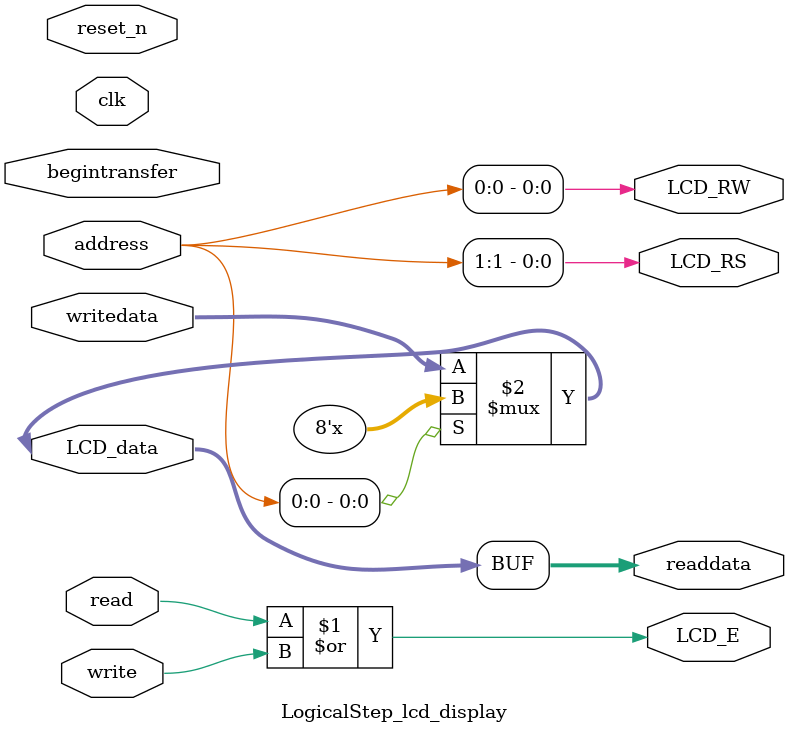
<source format=v>

`timescale 1ns / 1ps
// synthesis translate_on

// turn off superfluous verilog processor warnings 
// altera message_level Level1 
// altera message_off 10034 10035 10036 10037 10230 10240 10030 

module LogicalStep_lcd_display (
                                 // inputs:
                                  address,
                                  begintransfer,
                                  clk,
                                  read,
                                  reset_n,
                                  write,
                                  writedata,

                                 // outputs:
                                  LCD_E,
                                  LCD_RS,
                                  LCD_RW,
                                  LCD_data,
                                  readdata
                               )
;

  output           LCD_E;
  output           LCD_RS;
  output           LCD_RW;
  inout   [  7: 0] LCD_data;
  output  [  7: 0] readdata;
  input   [  1: 0] address;
  input            begintransfer;
  input            clk;
  input            read;
  input            reset_n;
  input            write;
  input   [  7: 0] writedata;

  wire             LCD_E;
  wire             LCD_RS;
  wire             LCD_RW;
  wire    [  7: 0] LCD_data;
  wire    [  7: 0] readdata;
  assign LCD_RW = address[0];
  assign LCD_RS = address[1];
  assign LCD_E = read | write;
  assign LCD_data = (address[0]) ? {8{1'bz}} : writedata;
  assign readdata = LCD_data;
  //control_slave, which is an e_avalon_slave

endmodule


</source>
